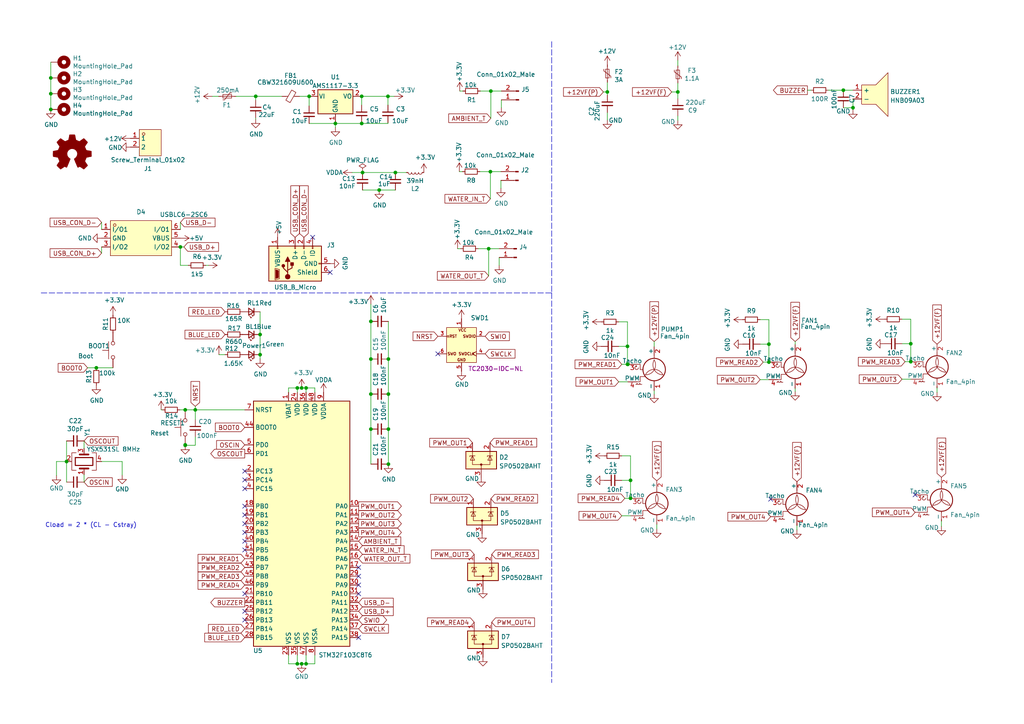
<source format=kicad_sch>
(kicad_sch (version 20211123) (generator eeschema)
  (paper "A4")
  (title_block (title "Opilio") (date "2022-08-15") (rev "4.0"))
  (junction (at 75.438 97.028))
  (junction (at 141.732 72.136))
  (junction (at 247.396 31.242))
  (junction (at 86.233 112.522))
  (junction (at 182.88 144.526))
  (junction (at 88.773 112.522))
  (junction (at 53.721 118.872))
  (junction (at 182.88 139.319))
  (junction (at 182.118 105.664))
  (junction (at 87.503 192.532))
  (junction (at 244.602 26.162))
  (junction (at 264.16 99.695))
  (junction (at 74.168 27.94))
  (junction (at 107.569 114.3))
  (junction (at 114.681 50.038))
  (junction (at 112.649 134.62))
  (junction (at 112.649 124.46))
  (junction (at 181.991 105.664))
  (junction (at 52.324 71.628))
  (junction (at 88.773 192.532))
  (junction (at 107.569 124.46))
  (junction (at 86.233 192.532))
  (junction (at 142.24 49.784))
  (junction (at 89.662 27.94))
  (junction (at 105.156 50.038))
  (junction (at 112.522 27.94))
  (junction (at 97.282 35.814))
  (junction (at 104.902 27.94))
  (junction (at 112.649 114.3))
  (junction (at 107.569 104.14))
  (junction (at 14.732 27.178))
  (junction (at 56.642 118.872))
  (junction (at 142.367 26.416))
  (junction (at 112.649 104.14))
  (junction (at 19.304 133.858))
  (junction (at 223.012 99.822))
  (junction (at 181.991 100.457))
  (junction (at 75.438 102.87))
  (junction (at 14.732 22.606))
  (junction (at 176.149 26.67))
  (junction (at 87.503 112.522))
  (junction (at 53.721 129.032))
  (junction (at 27.94 106.68))
  (junction (at 109.982 55.118))
  (junction (at 14.732 31.75))
  (junction (at 107.569 93.218))
  (junction (at 104.902 35.814))
  (junction (at 223.012 105.029))
  (junction (at 264.16 104.902))
  (junction (at 196.596 26.67))
  (junction (at 53.721 129.159))
  (no_connect (at 70.993 136.652))
  (no_connect (at 70.993 141.732))
  (no_connect (at 90.678 68.834))
  (no_connect (at 223.52 144.78))
  (no_connect (at 70.993 156.972))
  (no_connect (at 95.758 78.994))
  (no_connect (at 70.993 177.292))
  (no_connect (at 70.993 179.832))
  (no_connect (at 70.993 149.352))
  (no_connect (at 104.013 167.132))
  (no_connect (at 70.993 159.512))
  (no_connect (at 104.013 172.212))
  (no_connect (at 70.993 172.212))
  (no_connect (at 104.013 169.672))
  (no_connect (at 70.993 139.192))
  (no_connect (at 70.993 151.892))
  (no_connect (at 127 102.616))
  (no_connect (at 265.43 143.51))
  (no_connect (at 104.013 184.912))
  (no_connect (at 70.993 146.812))
  (no_connect (at 104.013 164.592))
  (no_connect (at 70.993 154.432))
  (wire (pts (xy 102.108 50.038) (xy 105.156 50.038)))
  (wire (pts (xy 56.642 126.746) (xy 56.642 129.159)))
  (wire (pts (xy 182.118 105.664) (xy 181.991 105.664)))
  (wire (pts (xy 88.773 192.532) (xy 91.313 192.532)))
  (wire (pts (xy 105.156 50.038) (xy 114.681 50.038)))
  (wire (pts (xy 142.24 49.784) (xy 145.288 49.784)))
  (wire (pts (xy 142.367 34.29) (xy 142.367 26.416)))
  (wire (pts (xy 230.632 99.06) (xy 230.632 99.949)))
  (wire (pts (xy 59.69 76.962) (xy 60.452 76.962)))
  (wire (pts (xy 181.991 93.345) (xy 179.451 93.345)))
  (wire (pts (xy 176.149 34.798) (xy 176.149 32.639)))
  (wire (pts (xy 97.282 35.814) (xy 97.282 35.56)))
  (wire (pts (xy 29.464 133.858) (xy 35.433 133.858)))
  (wire (pts (xy 264.16 109.982) (xy 261.62 109.982)))
  (wire (pts (xy 244.602 26.162) (xy 247.396 26.162)))
  (wire (pts (xy 138.684 72.136) (xy 141.732 72.136)))
  (wire (pts (xy 91.313 192.532) (xy 91.313 189.992)))
  (wire (pts (xy 144.78 74.676) (xy 144.78 76.962)))
  (wire (pts (xy 145.288 52.324) (xy 145.288 54.61)))
  (wire (pts (xy 261.62 99.695) (xy 264.16 99.695)))
  (wire (pts (xy 196.596 33.655) (xy 196.596 34.925)))
  (wire (pts (xy 139.192 49.784) (xy 142.24 49.784)))
  (wire (pts (xy 109.982 55.118) (xy 114.681 55.118)))
  (wire (pts (xy 97.282 36.957) (xy 97.282 35.814)))
  (wire (pts (xy 182.88 139.319) (xy 182.88 132.207)))
  (wire (pts (xy 61.595 27.94) (xy 63.373 27.94)))
  (wire (pts (xy 133.223 49.784) (xy 134.112 49.784)))
  (wire (pts (xy 180.34 139.319) (xy 182.88 139.319)))
  (wire (pts (xy 86.233 112.522) (xy 87.503 112.522)))
  (wire (pts (xy 83.693 112.522) (xy 83.693 113.792)))
  (wire (pts (xy 56.642 117.856) (xy 56.642 118.872)))
  (wire (pts (xy 264.16 104.902) (xy 262.509 104.902)))
  (wire (pts (xy 87.503 112.522) (xy 88.773 112.522)))
  (wire (pts (xy 182.88 144.526) (xy 182.88 139.319)))
  (wire (pts (xy 196.596 26.67) (xy 196.596 24.13)))
  (wire (pts (xy 181.991 105.664) (xy 180.34 105.664)))
  (wire (pts (xy 56.642 129.159) (xy 53.721 129.159)))
  (wire (pts (xy 112.522 35.814) (xy 104.902 35.814)))
  (wire (pts (xy 112.522 27.94) (xy 112.522 30.48)))
  (wire (pts (xy 87.503 192.532) (xy 88.773 192.532)))
  (wire (pts (xy 19.304 133.858) (xy 19.304 127.889)))
  (wire (pts (xy 53.721 129.159) (xy 53.721 129.032)))
  (wire (pts (xy 176.149 27.559) (xy 176.149 26.67)))
  (wire (pts (xy 86.233 192.532) (xy 87.503 192.532)))
  (wire (pts (xy 112.522 35.56) (xy 112.522 35.814)))
  (wire (pts (xy 24.384 139.827) (xy 24.384 137.668)))
  (wire (pts (xy 230.632 112.649) (xy 230.632 113.538)))
  (wire (pts (xy 52.324 76.962) (xy 52.324 71.628)))
  (wire (pts (xy 240.284 26.162) (xy 244.602 26.162)))
  (wire (pts (xy 83.693 192.532) (xy 86.233 192.532)))
  (wire (pts (xy 52.324 71.628) (xy 53.34 71.628)))
  (wire (pts (xy 190.5 152.146) (xy 190.5 153.416)))
  (wire (pts (xy 16.383 133.858) (xy 16.383 137.922)))
  (wire (pts (xy 114.3 27.94) (xy 112.522 27.94)))
  (wire (pts (xy 88.773 112.522) (xy 88.773 113.792)))
  (wire (pts (xy 63.5 102.87) (xy 65.278 102.87)))
  (wire (pts (xy 86.233 112.522) (xy 86.233 113.792)))
  (wire (pts (xy 264.16 104.902) (xy 264.16 99.695)))
  (wire (pts (xy 56.642 118.872) (xy 56.642 121.666)))
  (wire (pts (xy 114.681 50.038) (xy 117.856 50.038)))
  (wire (pts (xy 141.732 72.136) (xy 144.78 72.136)))
  (wire (pts (xy 194.818 26.67) (xy 196.596 26.67)))
  (wire (pts (xy 223.012 105.029) (xy 223.012 99.822)))
  (wire (pts (xy 91.313 112.522) (xy 91.313 113.792)))
  (wire (pts (xy 181.991 105.664) (xy 181.991 100.457)))
  (wire (pts (xy 133.35 26.416) (xy 134.239 26.416)))
  (wire (pts (xy 83.693 189.992) (xy 83.693 192.532)))
  (wire (pts (xy 112.649 93.218) (xy 112.649 104.14)))
  (wire (pts (xy 176.149 26.67) (xy 175.006 26.67)))
  (wire (pts (xy 112.522 27.94) (xy 104.902 27.94)))
  (wire (pts (xy 231.14 152.4) (xy 231.14 153.67)))
  (wire (pts (xy 141.732 80.01) (xy 141.732 72.136)))
  (wire (pts (xy 25.4 106.68) (xy 27.94 106.68)))
  (wire (pts (xy 19.304 139.827) (xy 19.304 133.858)))
  (wire (pts (xy 107.569 134.62) (xy 107.569 124.46)))
  (wire (pts (xy 56.642 118.872) (xy 70.993 118.872)))
  (wire (pts (xy 132.715 72.136) (xy 133.604 72.136)))
  (wire (pts (xy 273.05 151.13) (xy 273.05 152.654)))
  (wire (pts (xy 24.384 130.048) (xy 24.384 127.889)))
  (wire (pts (xy 181.991 100.457) (xy 181.991 93.345)))
  (wire (pts (xy 105.156 55.118) (xy 109.982 55.118)))
  (wire (pts (xy 54.61 76.962) (xy 52.324 76.962)))
  (wire (pts (xy 97.282 35.814) (xy 104.902 35.814)))
  (wire (pts (xy 107.569 114.3) (xy 107.569 104.14)))
  (wire (pts (xy 176.149 26.67) (xy 176.149 23.876)))
  (wire (pts (xy 112.649 134.62) (xy 112.649 124.46)))
  (wire (pts (xy 52.197 118.872) (xy 53.721 118.872)))
  (wire (pts (xy 14.732 27.178) (xy 14.732 31.75)))
  (wire (pts (xy 74.168 34.544) (xy 74.168 34.163)))
  (wire (pts (xy 196.596 19.05) (xy 196.596 17.526)))
  (wire (pts (xy 142.367 26.416) (xy 145.415 26.416)))
  (wire (pts (xy 107.569 88.265) (xy 107.569 93.218)))
  (wire (pts (xy 182.118 110.744) (xy 179.451 110.744)))
  (wire (pts (xy 16.383 133.858) (xy 19.304 133.858)))
  (wire (pts (xy 86.868 27.94) (xy 89.662 27.94)))
  (wire (pts (xy 107.569 124.46) (xy 107.569 114.3)))
  (polyline (pts (xy 160.02 84.963) (xy 160.02 197.993)))
  (wire (pts (xy 189.738 113.284) (xy 189.738 114.3)))
  (wire (pts (xy 104.902 30.48) (xy 104.902 27.94)))
  (wire (pts (xy 244.602 31.242) (xy 247.396 31.242)))
  (wire (pts (xy 86.233 189.992) (xy 86.233 192.532)))
  (wire (pts (xy 139.319 26.416) (xy 142.367 26.416)))
  (wire (pts (xy 46.736 118.872) (xy 47.117 118.872)))
  (wire (pts (xy 223.012 92.71) (xy 220.472 92.71)))
  (wire (pts (xy 27.94 106.68) (xy 32.766 106.68)))
  (wire (pts (xy 88.773 112.522) (xy 91.313 112.522)))
  (polyline (pts (xy 160.02 12.065) (xy 160.02 84.963)))
  (wire (pts (xy 107.569 93.218) (xy 107.569 104.14)))
  (wire (pts (xy 264.16 99.695) (xy 264.16 92.583)))
  (wire (pts (xy 179.451 100.457) (xy 181.991 100.457)))
  (wire (pts (xy 52.324 64.516) (xy 52.324 66.548)))
  (wire (pts (xy 14.732 18.034) (xy 14.732 22.606)))
  (wire (pts (xy 75.438 90.424) (xy 75.438 97.028)))
  (wire (pts (xy 29.464 73.406) (xy 29.464 71.628)))
  (wire (pts (xy 83.693 112.522) (xy 86.233 112.522)))
  (wire (pts (xy 196.596 28.575) (xy 196.596 26.67)))
  (wire (pts (xy 53.721 118.872) (xy 56.642 118.872)))
  (wire (pts (xy 223.012 99.822) (xy 223.012 92.71)))
  (wire (pts (xy 247.396 31.242) (xy 247.396 28.702)))
  (wire (pts (xy 75.438 97.028) (xy 75.438 102.87)))
  (wire (pts (xy 68.453 27.94) (xy 74.168 27.94)))
  (wire (pts (xy 223.012 105.029) (xy 221.361 105.029)))
  (wire (pts (xy 74.168 27.94) (xy 74.168 29.083)))
  (wire (pts (xy 29.464 64.516) (xy 29.464 66.548)))
  (wire (pts (xy 264.16 92.583) (xy 261.62 92.583)))
  (wire (pts (xy 14.732 22.606) (xy 14.732 27.178)))
  (wire (pts (xy 223.012 110.109) (xy 220.472 110.109)))
  (wire (pts (xy 75.438 102.87) (xy 75.438 104.14)))
  (wire (pts (xy 104.902 35.56) (xy 104.902 35.814)))
  (wire (pts (xy 271.78 112.522) (xy 271.78 113.792)))
  (wire (pts (xy 89.662 35.814) (xy 97.282 35.814)))
  (wire (pts (xy 220.472 99.822) (xy 223.012 99.822)))
  (wire (pts (xy 89.662 27.94) (xy 89.662 30.734)))
  (wire (pts (xy 189.738 99.06) (xy 189.738 100.584)))
  (wire (pts (xy 145.415 28.956) (xy 145.415 31.242)))
  (wire (pts (xy 112.649 124.46) (xy 112.649 114.3)))
  (wire (pts (xy 182.88 132.207) (xy 180.34 132.207)))
  (wire (pts (xy 247.396 31.877) (xy 247.396 31.242)))
  (wire (pts (xy 35.433 137.795) (xy 35.433 133.858)))
  (polyline (pts (xy 11.938 84.963) (xy 160.02 84.963)))
  (wire (pts (xy 74.168 27.94) (xy 81.788 27.94)))
  (wire (pts (xy 88.773 189.992) (xy 88.773 192.532)))
  (wire (pts (xy 182.88 144.526) (xy 181.229 144.526)))
  (wire (pts (xy 234.188 26.162) (xy 235.204 26.162)))
  (wire (pts (xy 182.88 149.606) (xy 180.34 149.606)))
  (wire (pts (xy 142.24 57.658) (xy 142.24 49.784)))
  (wire (pts (xy 112.649 114.3) (xy 112.649 104.14)))
  (text "Cload = 2 * (CL - Cstray)" (at 13.081 153.162 0) (effects (font (size 1.27 1.27)) (justify left bottom)))
  (global_label "PWM_OUT3" (shape input) (at 261.62 109.982 180) (property "Intersheet References" "${INTERSHEET_REFS}" (effects hide)))
  (global_label "NRST" (shape input) (at 56.642 117.856 90) (property "Intersheet References" "${INTERSHEET_REFS}" (effects hide)))
  (global_label "BUZZER" (shape output) (at 70.993 174.752 180) (property "Intersheet References" "${INTERSHEET_REFS}" (effects hide)))
  (global_label "PWM_OUT1" (shape input) (at 137.033 128.397 180) (property "Intersheet References" "${INTERSHEET_REFS}" (effects hide)))
  (global_label "+12VF(F)" (shape input) (at 194.818 26.67 180) (property "Intersheet References" "${INTERSHEET_REFS}" (effects hide)))
  (global_label "PWM_READ2" (shape input) (at 142.367 144.653 0) (property "Intersheet References" "${INTERSHEET_REFS}" (effects hide)))
  (global_label "OSCOUT" (shape input) (at 24.384 127.889 0) (property "Intersheet References" "${INTERSHEET_REFS}" (effects hide)))
  (global_label "OSCOUT" (shape output) (at 70.993 131.572 180) (property "Intersheet References" "${INTERSHEET_REFS}" (effects hide)))
  (global_label "USB_CON_D-" (shape input) (at 29.464 64.516 180) (property "Intersheet References" "${INTERSHEET_REFS}" (effects hide)))
  (global_label "RED_LED" (shape input) (at 70.993 182.372 180) (property "Intersheet References" "${INTERSHEET_REFS}" (effects hide)))
  (global_label "PWM_OUT4" (shape input) (at 180.34 149.606 180) (property "Intersheet References" "${INTERSHEET_REFS}" (effects hide)))
  (global_label "PWM_READ3" (shape input) (at 142.621 160.782 0) (property "Intersheet References" "${INTERSHEET_REFS}" (effects hide)))
  (global_label "PWM_OUT3" (shape input) (at 137.541 160.782 180) (property "Intersheet References" "${INTERSHEET_REFS}" (effects hide)))
  (global_label "USB_CON_D+" (shape input) (at 29.464 73.406 180) (property "Intersheet References" "${INTERSHEET_REFS}" (effects hide)))
  (global_label "SWIO" (shape input) (at 140.716 97.536 0) (property "Intersheet References" "${INTERSHEET_REFS}" (effects hide)))
  (global_label "BUZZER" (shape output) (at 234.188 26.162 180) (property "Intersheet References" "${INTERSHEET_REFS}" (effects hide)))
  (global_label "PWM_READ2" (shape input) (at 70.993 164.592 180) (property "Intersheet References" "${INTERSHEET_REFS}" (effects hide)))
  (global_label "+12VF(P)" (shape input) (at 189.738 99.06 90) (property "Intersheet References" "${INTERSHEET_REFS}" (effects hide)))
  (global_label "PWM_OUT4" (shape input) (at 223.52 149.86 180) (property "Intersheet References" "${INTERSHEET_REFS}" (effects hide)))
  (global_label "NRST" (shape input) (at 127 97.536 180) (property "Intersheet References" "${INTERSHEET_REFS}" (effects hide)))
  (global_label "WATER_IN_T" (shape input) (at 142.24 57.658 180) (property "Intersheet References" "${INTERSHEET_REFS}" (effects hide)))
  (global_label "+12VF(F)" (shape input) (at 271.78 99.822 90) (property "Intersheet References" "${INTERSHEET_REFS}" (effects hide)))
  (global_label "PWM_READ1" (shape input) (at 142.113 128.397 0) (property "Intersheet References" "${INTERSHEET_REFS}" (effects hide)))
  (global_label "PWM_READ3" (shape input) (at 262.509 104.902 180) (property "Intersheet References" "${INTERSHEET_REFS}" (effects hide)))
  (global_label "PWM_OUT1" (shape output) (at 104.013 146.812 0) (property "Intersheet References" "${INTERSHEET_REFS}" (effects hide)))
  (global_label "USB_D+" (shape input) (at 104.013 177.292 0) (property "Intersheet References" "${INTERSHEET_REFS}" (effects hide)))
  (global_label "BLUE_LED" (shape input) (at 70.993 184.912 180) (property "Intersheet References" "${INTERSHEET_REFS}" (effects hide)))
  (global_label "+12VF(F)" (shape input) (at 231.14 139.7 90) (property "Intersheet References" "${INTERSHEET_REFS}" (effects hide)))
  (global_label "PWM_OUT4" (shape input) (at 265.43 148.59 180) (property "Intersheet References" "${INTERSHEET_REFS}" (effects hide)))
  (global_label "+12VF(F)" (shape input) (at 190.5 139.446 90) (property "Intersheet References" "${INTERSHEET_REFS}" (effects hide)))
  (global_label "RED_LED" (shape input) (at 65.278 90.424 180) (property "Intersheet References" "${INTERSHEET_REFS}" (effects hide)))
  (global_label "WATER_IN_T" (shape input) (at 104.013 159.512 0) (property "Intersheet References" "${INTERSHEET_REFS}" (effects hide)))
  (global_label "SWIO" (shape bidirectional) (at 104.013 179.832 0) (property "Intersheet References" "${INTERSHEET_REFS}" (effects hide)))
  (global_label "BOOT0" (shape input) (at 70.993 123.952 180) (property "Intersheet References" "${INTERSHEET_REFS}" (effects hide)))
  (global_label "PWM_READ1" (shape input) (at 180.34 105.664 180) (property "Intersheet References" "${INTERSHEET_REFS}" (effects hide)))
  (global_label "PWM_READ4" (shape input) (at 137.541 180.467 180) (property "Intersheet References" "${INTERSHEET_REFS}" (effects hide)))
  (global_label "PWM_OUT4" (shape input) (at 142.621 180.467 0) (property "Intersheet References" "${INTERSHEET_REFS}" (effects hide)))
  (global_label "BOOT0" (shape input) (at 25.4 106.68 180) (property "Intersheet References" "${INTERSHEET_REFS}" (effects hide)))
  (global_label "OSCIN" (shape input) (at 70.993 129.032 180) (property "Intersheet References" "${INTERSHEET_REFS}" (effects hide)))
  (global_label "OSCIN" (shape input) (at 24.384 139.827 0) (property "Intersheet References" "${INTERSHEET_REFS}" (effects hide)))
  (global_label "SWCLK" (shape input) (at 140.716 102.616 0) (property "Intersheet References" "${INTERSHEET_REFS}" (effects hide)))
  (global_label "PWM_OUT1" (shape input) (at 179.451 110.744 180) (property "Intersheet References" "${INTERSHEET_REFS}" (effects hide)))
  (global_label "USB_D-" (shape input) (at 104.013 174.752 0) (property "Intersheet References" "${INTERSHEET_REFS}" (effects hide)))
  (global_label "USB_CON_D+" (shape input) (at 85.598 68.834 90) (property "Intersheet References" "${INTERSHEET_REFS}" (effects hide)))
  (global_label "PWM_READ2" (shape input) (at 221.361 105.029 180) (property "Intersheet References" "${INTERSHEET_REFS}" (effects hide)))
  (global_label "WATER_OUT_T" (shape input) (at 141.732 80.01 180) (property "Intersheet References" "${INTERSHEET_REFS}" (effects hide)))
  (global_label "USB_D-" (shape input) (at 52.324 64.516 0) (property "Intersheet References" "${INTERSHEET_REFS}" (effects hide)))
  (global_label "PWM_READ4" (shape input) (at 181.229 144.526 180) (property "Intersheet References" "${INTERSHEET_REFS}" (effects hide)))
  (global_label "BLUE_LED" (shape input) (at 65.278 97.028 180) (property "Intersheet References" "${INTERSHEET_REFS}" (effects hide)))
  (global_label "PWM_OUT2" (shape input) (at 220.472 110.109 180) (property "Intersheet References" "${INTERSHEET_REFS}" (effects hide)))
  (global_label "USB_CON_D-" (shape input) (at 88.138 68.834 90) (property "Intersheet References" "${INTERSHEET_REFS}" (effects hide)))
  (global_label "PWM_READ4" (shape input) (at 70.993 169.672 180) (property "Intersheet References" "${INTERSHEET_REFS}" (effects hide)))
  (global_label "PWM_OUT3" (shape output) (at 104.013 151.892 0) (property "Intersheet References" "${INTERSHEET_REFS}" (effects hide)))
  (global_label "PWM_READ1" (shape input) (at 70.993 162.052 180) (property "Intersheet References" "${INTERSHEET_REFS}" (effects hide)))
  (global_label "PWM_OUT2" (shape output) (at 104.013 149.352 0) (property "Intersheet References" "${INTERSHEET_REFS}" (effects hide)))
  (global_label "PWM_READ3" (shape input) (at 70.993 167.132 180) (property "Intersheet References" "${INTERSHEET_REFS}" (effects hide)))
  (global_label "+12VF(P)" (shape input) (at 175.006 26.67 180) (property "Intersheet References" "${INTERSHEET_REFS}" (effects hide)))
  (global_label "PWM_OUT2" (shape input) (at 137.287 144.653 180) (property "Intersheet References" "${INTERSHEET_REFS}" (effects hide)))
  (global_label "AMBIENT_T" (shape input) (at 104.013 156.972 0) (property "Intersheet References" "${INTERSHEET_REFS}" (effects hide)))
  (global_label "WATER_OUT_T" (shape input) (at 104.013 162.052 0) (property "Intersheet References" "${INTERSHEET_REFS}" (effects hide)))
  (global_label "USB_D+" (shape input) (at 53.34 71.628 0) (property "Intersheet References" "${INTERSHEET_REFS}" (effects hide)))
  (global_label "PWM_OUT4" (shape output) (at 104.013 154.432 0) (property "Intersheet References" "${INTERSHEET_REFS}" (effects hide)))
  (global_label "+12VF(F)" (shape input) (at 230.632 99.06 90) (property "Intersheet References" "${INTERSHEET_REFS}" (effects hide)))
  (global_label "SWCLK" (shape input) (at 104.013 182.372 0) (property "Intersheet References" "${INTERSHEET_REFS}" (effects hide)))
  (global_label "+12VF(F)" (shape input) (at 273.05 138.43 90) (property "Intersheet References" "${INTERSHEET_REFS}" (effects hide)))
  (global_label "AMBIENT_T" (shape input) (at 142.367 34.29 180) (property "Intersheet References" "${INTERSHEET_REFS}" (effects hide)))
  (symbol (lib_id "Device:R_Small") (at 49.657 118.872 90) (unit 1)
    (property "Reference" "R14" (at 49.784 120.65 90))
    (property "Value" "10k" (at 49.657 116.332 90))
    (property "Footprint" "Resistor_SMD:R_0603_1608Metric_Pad0.98x0.95mm_HandSolder" (effects hide))
  )
  (symbol (lib_id "Switch:SW_Push") (at 32.766 101.6 90) (unit 1)
    (property "Reference" "BOOT1" (at 25.527 100.33 90) (effects (justify right)))
    (property "Value" "Boot" (at 22.606 103.251 90) (effects (justify right)))
    (property "Footprint" "easyeda2kicad:SW-SMD_L6.0-W3.3-LS8.0" (effects hide))
  )
  (symbol (lib_id "Mechanical:MountingHole_Pad") (at 17.272 27.178 270) (unit 1)
    (property "Reference" "H3" (at 21.082 26.0096 90) (effects (justify left)))
    (property "Value" "MountingHole_Pad" (at 21.082 28.321 90) (effects (justify left)))
    (property "Footprint" "MountingHole:MountingHole_3mm_Pad_Via" (effects hide))
  )
  (symbol (lib_id "power:VDDA") (at 102.108 50.038 90) (unit 1)
    (property "Reference" "#PWR027" (effects hide))
    (property "Value" "VDDA" (at 97.028 50.038 90))
  )
  (symbol (lib_id "power:+3.3V") (at 133.35 26.416 0) (unit 1)
    (property "Reference" "#PWR01" (effects hide))
    (property "Value" "+3.3V" (at 133.223 20.828 90))
  )
  (symbol (lib_id "Connector:Conn_01x02_Male") (at 150.495 28.956 180) (unit 1)
    (property "Reference" "J5" (at 151.2062 25.9588 0) (effects (justify right)))
    (property "Value" "Conn_01x02_Male" (at 138.176 21.59 0) (effects (justify right)))
    (property "Footprint" "Connector_PinHeader_2.54mm:PinHeader_1x02_P2.54mm_Vertical" (effects hide))
  )
  (symbol (lib_id "Power_Protection:SP0502BAHT") (at 139.827 149.733 0) (unit 1)
    (property "Reference" "D5" (at 145.034 148.8983 0) (effects (justify left)))
    (property "Value" "SP0502BAHT" (at 145.034 151.4352 0) (effects (justify left)))
    (property "Footprint" "Package_TO_SOT_SMD:SOT-23" (effects hide))
    (property "Datasheet" "http://www.littelfuse.com/~/media/files/littelfuse/technical%20resources/documents/data%20sheets/sp05xxba.pdf" (effects hide))
  )
  (symbol (lib_id "Device:R_Small") (at 67.818 90.424 90) (unit 1)
    (property "Reference" "R16" (at 69.596 88.646 90) (effects (justify left)))
    (property "Value" "165R" (at 70.358 92.456 90) (effects (justify left)))
    (property "Footprint" "Resistor_SMD:R_0603_1608Metric_Pad0.98x0.95mm_HandSolder" (effects hide))
  )
  (symbol (lib_id "power:GND") (at 27.94 111.76 0) (unit 1)
    (property "Reference" "#PWR046" (effects hide))
    (property "Value" "GND" (at 28.067 116.1542 0))
  )
  (symbol (lib_id "Motor:Fan_4pin") (at 231.14 147.32 0) (unit 1)
    (property "Reference" "FAN4" (at 233.68 142.24 0) (effects (justify left)))
    (property "Value" "Fan_4pin" (at 231.521 151.511 0) (effects (justify left top)))
    (property "Footprint" "Custom:FanPinHeader_1x04_P2.54mm_Vertical_no_hole" (effects hide))
    (property "Datasheet" "http://www.formfactors.org/developer%5Cspecs%5Crev1_2_public.pdf" (effects hide))
  )
  (symbol (lib_id "power:GND") (at 145.288 54.61 0) (unit 1)
    (property "Reference" "#PWR033" (effects hide))
    (property "Value" "GND" (at 145.415 59.0042 0))
  )
  (symbol (lib_id "Device:C_Small") (at 89.662 33.274 0) (unit 1)
    (property "Reference" "C1" (at 84.836 32.385 0) (effects (justify left)))
    (property "Value" "10uF" (at 84.455 35.052 0) (effects (justify left)))
    (property "Footprint" "Capacitor_SMD:C_0603_1608Metric_Pad1.08x0.95mm_HandSolder" (effects hide))
  )
  (symbol (lib_id "Power_Protection:SP0502BAHT") (at 140.081 185.547 0) (unit 1)
    (property "Reference" "D7" (at 145.288 184.7123 0) (effects (justify left)))
    (property "Value" "SP0502BAHT" (at 145.288 187.2492 0) (effects (justify left)))
    (property "Footprint" "Package_TO_SOT_SMD:SOT-23" (effects hide))
    (property "Datasheet" "http://www.littelfuse.com/~/media/files/littelfuse/technical%20resources/documents/data%20sheets/sp05xxba.pdf" (effects hide))
  )
  (symbol (lib_id "power:GND") (at 75.438 104.14 0) (unit 1)
    (property "Reference" "#PWR039" (effects hide))
    (property "Value" "GND" (at 75.565 108.5342 0))
  )
  (symbol (lib_id "Device:C_Small") (at 217.932 99.822 90) (unit 1)
    (property "Reference" "C16" (at 219.202 97.282 90) (effects (justify left)))
    (property "Value" "10nF" (at 220.98 102.489 90) (effects (justify left)))
    (property "Footprint" "Capacitor_SMD:C_0603_1608Metric_Pad1.08x0.95mm_HandSolder" (effects hide))
  )
  (symbol (lib_id "MCU_ST_STM32F1:STM32F103C8Tx") (at 88.773 151.892 0) (unit 1)
    (property "Reference" "U5" (at 74.803 188.722 0))
    (property "Value" "STM32F103C8T6" (at 100.203 189.992 0))
    (property "Footprint" "Package_QFP:LQFP-48_7x7mm_P0.5mm" (effects hide))
    (property "Datasheet" "http://www.st.com/st-web-ui/static/active/en/resource/technical/document/datasheet/CD00161566.pdf" (effects hide))
  )
  (symbol (lib_id "power:+12V") (at 176.149 18.796 0) (unit 1)
    (property "Reference" "#PWR07" (effects hide))
    (property "Value" "+12V" (at 176.022 14.859 0))
  )
  (symbol (lib_id "Connector:Conn_01x02_Male") (at 149.86 74.676 180) (unit 1)
    (property "Reference" "J4" (at 150.5712 71.6788 0) (effects (justify right)))
    (property "Value" "Conn_01x02_Male" (at 137.541 67.31 0) (effects (justify right)))
    (property "Footprint" "Connector_PinHeader_2.54mm:PinHeader_1x02_P2.54mm_Vertical" (effects hide))
  )
  (symbol (lib_id "power:+3.3V") (at 132.715 72.136 0) (unit 1)
    (property "Reference" "#PWR0115" (effects hide))
    (property "Value" "+3.3V" (at 132.588 66.548 90))
  )
  (symbol (lib_id "easyeda:USBLC6-2P6_C2827693") (at 40.894 69.088 0) (unit 1)
    (property "Reference" "D4" (at 40.894 61.468 0))
    (property "Value" "USBLC6-2SC6" (at 53.34 62.23 0))
    (property "Footprint" "easyeda2kicad:SOT-666-6_L1.6-W1.2-P0.50-LS1.6-BL" (effects hide))
    (property "Datasheet" "https://www.st.com/resource/en/datasheet/usblc6-2.pdf" (effects hide))
    (property "Manufacturer" "TECH PUBLIC(台舟)" (effects hide))
    (property "LCSC Part" "C2827693" (effects hide))
    (property "JLC Part" "Extended Part" (effects hide))
  )
  (symbol (lib_id "power:+3.3V") (at 122.936 50.038 0) (unit 1)
    (property "Reference" "#PWR028" (effects hide))
    (property "Value" "+3.3V" (at 123.317 45.6438 0))
  )
  (symbol (lib_id "power:GND") (at 133.858 107.696 0) (unit 1)
    (property "Reference" "#PWR044" (effects hide))
    (property "Value" "GND" (at 133.985 111.506 0))
  )
  (symbol (lib_id "Device:C_Small") (at 110.109 134.62 90) (unit 1)
    (property "Reference" "C21" (at 108.9406 132.2832 0) (effects (justify left)))
    (property "Value" "100nF" (at 111.252 132.2832 0) (effects (justify left)))
    (property "Footprint" "Capacitor_SMD:C_0603_1608Metric_Pad1.08x0.95mm_HandSolder" (effects hide))
  )
  (symbol (lib_id "Device:FerriteBead_Small") (at 84.328 27.94 270) (unit 1)
    (property "Reference" "FB1" (at 84.328 21.9202 90))
    (property "Value" "CBW321609U600" (at 82.804 23.876 90))
    (property "Footprint" "Capacitor_SMD:C_1206_3216Metric_Pad1.33x1.80mm_HandSolder" (effects hide))
  )
  (symbol (lib_id "Device:C_Small") (at 244.602 28.702 0) (unit 1)
    (property "Reference" "C7" (at 247.142 29.972 90) (effects (justify left)))
    (property "Value" "100nF" (at 241.935 31.75 90) (effects (justify left)))
    (property "Footprint" "Capacitor_SMD:C_0603_1608Metric_Pad1.08x0.95mm_HandSolder" (effects hide))
  )
  (symbol (lib_id "power:+3.3V") (at 175.26 132.207 90) (unit 1)
    (property "Reference" "#PWR052" (effects hide))
    (property "Value" "+3.3V" (at 170.8658 131.826 0))
  )
  (symbol (lib_id "power:GND") (at 231.14 153.67 0) (unit 1)
    (property "Reference" "#PWR0109" (effects hide))
    (property "Value" "GND" (at 228.346 154.051 0))
  )
  (symbol (lib_id "power:+3.3V") (at 32.766 91.44 0) (unit 1)
    (property "Reference" "#PWR038" (effects hide))
    (property "Value" "+3.3V" (at 33.147 87.0458 0))
  )
  (symbol (lib_id "power:+3.3V") (at 256.54 92.583 90) (unit 1)
    (property "Reference" "#PWR037" (effects hide))
    (property "Value" "+3.3V" (at 252.1458 92.202 0))
  )
  (symbol (lib_id "power:+5V") (at 52.324 69.088 270) (unit 1)
    (property "Reference" "#PWR023" (effects hide))
    (property "Value" "+5V" (at 54.864 69.088 90) (effects (justify left)))
  )
  (symbol (lib_id "power:GND") (at 175.26 139.319 270) (unit 1)
    (property "Reference" "#PWR054" (effects hide))
    (property "Value" "GND" (at 170.8658 139.446 0))
  )
  (symbol (lib_id "Device:C_Small") (at 110.109 114.3 90) (unit 1)
    (property "Reference" "C18" (at 108.9406 111.9632 0) (effects (justify left)))
    (property "Value" "100nF" (at 111.252 111.9632 0) (effects (justify left)))
    (property "Footprint" "Capacitor_SMD:C_0603_1608Metric_Pad1.08x0.95mm_HandSolder" (effects hide))
  )
  (symbol (lib_id "Device:R_Small") (at 217.932 92.71 90) (unit 1)
    (property "Reference" "R9" (at 217.932 90.17 90))
    (property "Value" "1k" (at 217.932 95.25 90))
    (property "Footprint" "Resistor_SMD:R_0603_1608Metric_Pad0.98x0.95mm_HandSolder" (effects hide))
  )
  (symbol (lib_id "Device:Polyfuse_Small") (at 196.596 21.59 180) (unit 1)
    (property "Reference" "F3" (at 200.66 20.447 0))
    (property "Value" "1.1A" (at 200.66 22.7584 0))
    (property "Footprint" "Fuse:Fuse_1206_3216Metric_Pad1.42x1.75mm_HandSolder" (effects hide))
  )
  (symbol (lib_id "power:+3.3V") (at 215.392 92.71 90) (unit 1)
    (property "Reference" "#PWR036" (effects hide))
    (property "Value" "+3.3V" (at 210.9978 92.329 0))
  )
  (symbol (lib_id "Motor:Fan_4pin") (at 189.738 108.204 0) (unit 1)
    (property "Reference" "PUMP1" (at 191.643 95.504 0) (effects (justify left)))
    (property "Value" "Fan_4pin" (at 191.389 96.774 0) (effects (justify left top)))
    (property "Footprint" "Custom:FanPinHeader_1x04_P2.54mm_Vertical_no_hole" (effects hide))
    (property "Datasheet" "http://www.formfactors.org/developer%5Cspecs%5Crev1_2_public.pdf" (effects hide))
  )
  (symbol (lib_id "Device:R_Small") (at 259.08 92.583 90) (unit 1)
    (property "Reference" "R10" (at 259.08 90.043 90))
    (property "Value" "1k" (at 259.08 95.123 90))
    (property "Footprint" "Resistor_SMD:R_0603_1608Metric_Pad0.98x0.95mm_HandSolder" (effects hide))
  )
  (symbol (lib_id "Device:R_Small") (at 176.911 93.345 90) (unit 1)
    (property "Reference" "R3" (at 176.911 90.805 90))
    (property "Value" "1k" (at 176.911 95.885 90))
    (property "Footprint" "Resistor_SMD:R_0603_1608Metric_Pad0.98x0.95mm_HandSolder" (effects hide))
  )
  (symbol (lib_id "Device:C_Small") (at 112.522 33.02 0) (unit 1)
    (property "Reference" "C3" (at 114.808 31.623 0) (effects (justify left)))
    (property "Value" "10uF" (at 113.665 35.052 0) (effects (justify left)))
    (property "Footprint" "Capacitor_SMD:C_0603_1608Metric_Pad1.08x0.95mm_HandSolder" (effects hide))
  )
  (symbol (lib_id "Device:Polyfuse_Small") (at 65.913 27.94 90) (unit 1)
    (property "Reference" "F1" (at 65.786 30.48 90))
    (property "Value" "250mA" (at 66.04 26.162 90))
    (property "Footprint" "Fuse:Fuse_1206_3216Metric_Pad1.42x1.75mm_HandSolder" (effects hide))
  )
  (symbol (lib_id "easyeda:HNB09A03") (at 249.936 26.162 180) (unit 1)
    (property "Reference" "BUZZER1" (at 258.191 26.5973 0) (effects (justify right)))
    (property "Value" "HNB09A03" (at 258.191 29.1342 0) (effects (justify right)))
    (property "Footprint" "easyeda2kicad:BUZ-TH_BD9.0-P5.00-D0.6-FD" (effects hide))
    (property "Datasheet" "https://lcsc.com/product-detail/Buzzers_buzzerHNB09A03_C96102.html" (effects hide))
    (property "Manufacturer" "Jiangsu Huaneng Elec" (effects hide))
    (property "LCSC Part" "C96102" (effects hide))
    (property "JLC Part" "Extended Part" (effects hide))
  )
  (symbol (lib_id "Device:R_Small") (at 177.8 132.207 90) (unit 1)
    (property "Reference" "R15" (at 177.8 129.667 90))
    (property "Value" "1k" (at 177.8 134.747 90))
    (property "Footprint" "Resistor_SMD:R_0603_1608Metric_Pad0.98x0.95mm_HandSolder" (effects hide))
  )
  (symbol (lib_id "Graphic:Logo_Open_Hardware_Small") (at 20.955 44.704 0) (unit 1)
    (property "Reference" "LOGO1" (effects hide))
    (property "Value" "Logo_Open_Hardware_Small" (effects hide))
    (property "Footprint" "Symbol:OSHW-Logo2_9.8x8mm_SilkScreen" (effects hide))
  )
  (symbol (lib_id "power:GND") (at 190.5 153.416 0) (unit 1)
    (property "Reference" "#PWR0114" (effects hide))
    (property "Value" "GND" (at 187.706 153.797 0))
  )
  (symbol (lib_id "Power_Protection:SP0502BAHT") (at 140.081 165.862 0) (unit 1)
    (property "Reference" "D6" (at 145.288 165.0273 0) (effects (justify left)))
    (property "Value" "SP0502BAHT" (at 145.288 167.5642 0) (effects (justify left)))
    (property "Footprint" "Package_TO_SOT_SMD:SOT-23" (effects hide))
    (property "Datasheet" "http://www.littelfuse.com/~/media/files/littelfuse/technical%20resources/documents/data%20sheets/sp05xxba.pdf" (effects hide))
  )
  (symbol (lib_id "Switch:SW_Push") (at 53.721 123.952 90) (unit 1)
    (property "Reference" "RESET1" (at 46.482 122.682 90) (effects (justify right)))
    (property "Value" "Reset" (at 43.561 125.603 90) (effects (justify right)))
    (property "Footprint" "easyeda2kicad:SW-SMD_L6.0-W3.3-LS8.0" (effects hide))
  )
  (symbol (lib_id "easyeda:JL300-50002U01") (at 42.926 41.402 0) (unit 1)
    (property "Reference" "J1" (at 42.926 48.9118 0))
    (property "Value" "Screw_Terminal_01x02" (at 42.926 46.3749 0))
    (property "Footprint" "easyeda2kicad:CONN-TH_2P-P2.54_JL300-50002U01" (effects hide))
    (property "Datasheet" "https://lcsc.com/product-detail/New-Arrivals_JILN-JL300-50002U01_C387831.html" (effects hide))
    (property "Manufacturer" "JILN" (effects hide))
    (property "LCSC Part" "C387831" (effects hide))
    (property "JLC Part" "Extended Part" (effects hide))
  )
  (symbol (lib_id "power:+3.3V") (at 133.858 92.456 0) (unit 1)
    (property "Reference" "#PWR040" (effects hide))
    (property "Value" "+3.3V" (at 133.858 88.392 0))
  )
  (symbol (lib_id "Device:C_Small") (at 110.109 104.14 90) (unit 1)
    (property "Reference" "C15" (at 108.9406 101.8032 0) (effects (justify left)))
    (property "Value" "100nF" (at 111.252 101.8032 0) (effects (justify left)))
    (property "Footprint" "Capacitor_SMD:C_0603_1608Metric_Pad1.08x0.95mm_HandSolder" (effects hide))
  )
  (symbol (lib_id "Device:R_Small") (at 136.652 49.784 270) (unit 1)
    (property "Reference" "R8" (at 136.652 52.324 90))
    (property "Value" "10k" (at 136.398 48.006 90))
    (property "Footprint" "Resistor_SMD:R_0603_1608Metric_Pad0.98x0.95mm_HandSolder" (effects hide))
  )
  (symbol (lib_id "Device:C_Small") (at 176.149 30.099 0) (unit 1)
    (property "Reference" "C2" (at 171.577 33.655 90) (effects (justify left)))
    (property "Value" "220uF" (at 173.228 35.179 90) (effects (justify left)))
    (property "Footprint" "Capacitor_SMD:CP_Elec_6.3x7.7" (effects hide))
  )
  (symbol (lib_id "Connector:Conn_01x02_Male") (at 150.368 52.324 180) (unit 1)
    (property "Reference" "J2" (at 151.0792 49.3268 0) (effects (justify right)))
    (property "Value" "Conn_01x02_Male" (at 138.049 44.958 0) (effects (justify right)))
    (property "Footprint" "Connector_PinHeader_2.54mm:PinHeader_1x02_P2.54mm_Vertical" (effects hide))
  )
  (symbol (lib_id "power:GND") (at 139.827 154.813 0) (unit 1)
    (property "Reference" "#PWR0103" (effects hide))
    (property "Value" "GND" (at 137.16 155.067 0))
  )
  (symbol (lib_id "Mechanical:MountingHole_Pad") (at 17.272 31.75 270) (unit 1)
    (property "Reference" "H4" (at 21.082 30.5816 90) (effects (justify left)))
    (property "Value" "MountingHole_Pad" (at 21.082 32.893 90) (effects (justify left)))
    (property "Footprint" "MountingHole:MountingHole_3mm_Pad_Via" (effects hide))
  )
  (symbol (lib_id "Device:C_Small") (at 56.642 124.206 0) (unit 1)
    (property "Reference" "C20" (at 57.531 122.301 0) (effects (justify left)))
    (property "Value" "100nF" (at 57.023 126.365 0) (effects (justify left)))
    (property "Footprint" "Capacitor_SMD:C_0603_1608Metric_Pad1.08x0.95mm_HandSolder" (effects hide))
  )
  (symbol (lib_id "Device:C_Small") (at 104.902 33.02 0) (unit 1)
    (property "Reference" "C5" (at 107.188 31.623 0) (effects (justify left)))
    (property "Value" "10uF" (at 106.045 35.052 0) (effects (justify left)))
    (property "Footprint" "Capacitor_SMD:C_0603_1608Metric_Pad1.08x0.95mm_HandSolder" (effects hide))
  )
  (symbol (lib_id "power:GND") (at 145.415 31.242 0) (unit 1)
    (property "Reference" "#PWR02" (effects hide))
    (property "Value" "GND" (at 145.542 35.6362 0))
  )
  (symbol (lib_id "Mechanical:MountingHole_Pad") (at 17.272 18.034 270) (unit 1)
    (property "Reference" "H1" (at 21.082 16.8656 90) (effects (justify left)))
    (property "Value" "MountingHole_Pad" (at 21.082 19.177 90) (effects (justify left)))
    (property "Footprint" "MountingHole:MountingHole_3mm_Pad_Via" (effects hide))
  )
  (symbol (lib_id "power:GND") (at 230.632 113.538 0) (unit 1)
    (property "Reference" "#PWR0101" (effects hide))
    (property "Value" "GND" (at 227.838 113.919 0))
  )
  (symbol (lib_id "power:+3.3V") (at 63.5 102.87 0) (unit 1)
    (property "Reference" "#PWR045" (effects hide))
    (property "Value" "+3.3V" (at 59.436 101.6 0))
  )
  (symbol (lib_id "power:GND") (at 256.54 99.695 270) (unit 1)
    (property "Reference" "#PWR043" (effects hide))
    (property "Value" "GND" (at 252.1458 99.822 0))
  )
  (symbol (lib_id "power:+3.3V") (at 87.503 112.522 0) (unit 1)
    (property "Reference" "#PWR047" (effects hide))
    (property "Value" "+3.3V" (at 87.884 108.1278 0))
  )
  (symbol (lib_id "Device:C_Small") (at 196.596 31.115 0) (unit 1)
    (property "Reference" "C9" (at 199.517 32.004 0) (effects (justify left)))
    (property "Value" "220uF" (at 198.755 29.718 0) (effects (justify left)))
    (property "Footprint" "Capacitor_SMD:CP_Elec_6.3x7.7" (effects hide))
  )
  (symbol (lib_id "Device:C_Small") (at 177.8 139.319 90) (unit 1)
    (property "Reference" "C23" (at 179.07 136.779 90) (effects (justify left)))
    (property "Value" "10nF" (at 180.848 141.986 90) (effects (justify left)))
    (property "Footprint" "Capacitor_SMD:C_0603_1608Metric_Pad1.08x0.95mm_HandSolder" (effects hide))
  )
  (symbol (lib_id "power:+3.3V") (at 133.223 49.784 0) (unit 1)
    (property "Reference" "#PWR031" (effects hide))
    (property "Value" "+3.3V" (at 133.096 44.196 90))
  )
  (symbol (lib_id "power:+3.3V") (at 60.452 76.962 270) (unit 1)
    (property "Reference" "#PWR024" (effects hide))
    (property "Value" "+3.3V" (at 61.468 74.676 90))
  )
  (symbol (lib_id "Device:C_Small") (at 21.844 127.889 270) (unit 1)
    (property "Reference" "C22" (at 21.844 122.0724 90))
    (property "Value" "30pF" (at 21.844 124.3838 90))
    (property "Footprint" "Capacitor_SMD:C_0603_1608Metric_Pad1.08x0.95mm_HandSolder" (effects hide))
  )
  (symbol (lib_id "Device:C_Small") (at 110.109 93.218 90) (unit 1)
    (property "Reference" "C6" (at 108.9406 90.8812 0) (effects (justify left)))
    (property "Value" "10uF" (at 111.252 90.8812 0) (effects (justify left)))
    (property "Footprint" "Capacitor_SMD:C_0603_1608Metric_Pad1.08x0.95mm_HandSolder" (effects hide))
  )
  (symbol (lib_id "power:+12V") (at 61.595 27.94 90) (unit 1)
    (property "Reference" "#PWR05" (effects hide))
    (property "Value" "+12V" (at 57.2008 27.559 0))
  )
  (symbol (lib_id "power:GND") (at 112.649 134.62 0) (unit 1)
    (property "Reference" "#PWR050" (effects hide))
    (property "Value" "GND" (at 112.776 139.0142 0))
  )
  (symbol (lib_id "Device:LED_Small") (at 72.898 90.424 180) (unit 1)
    (property "Reference" "RL1" (at 71.628 87.884 0) (effects (justify right)))
    (property "Value" "Red" (at 75.184 87.884 0) (effects (justify right)))
    (property "Footprint" "LED_SMD:LED_0603_1608Metric_Pad1.05x0.95mm_HandSolder" (effects hide))
  )
  (symbol (lib_id "power:+5V") (at 80.518 68.834 0) (unit 1)
    (property "Reference" "#PWR029" (effects hide))
    (property "Value" "+5V" (at 80.899 68.1228 90) (effects (justify left)))
  )
  (symbol (lib_id "power:+12V") (at 196.596 17.526 0) (unit 1)
    (property "Reference" "#PWR021" (effects hide))
    (property "Value" "+12V" (at 196.469 13.716 0))
  )
  (symbol (lib_id "Mechanical:MountingHole_Pad") (at 17.272 22.606 270) (unit 1)
    (property "Reference" "H2" (at 21.082 21.4376 90) (effects (justify left)))
    (property "Value" "MountingHole_Pad" (at 21.082 23.749 90) (effects (justify left)))
    (property "Footprint" "MountingHole:MountingHole_3mm_Pad_Via" (effects hide))
  )
  (symbol (lib_id "power:GND") (at 140.081 190.627 0) (unit 1)
    (property "Reference" "#PWR0106" (effects hide))
    (property "Value" "GND" (at 137.414 190.881 0))
  )
  (symbol (lib_id "Device:LED_Small") (at 72.898 102.87 180) (unit 1)
    (property "Reference" "Power1" (at 70.1675 100.2665 0) (effects (justify right)))
    (property "Value" "Green" (at 76.962 99.822 0) (effects (justify right)))
    (property "Footprint" "LED_SMD:LED_0603_1608Metric_Pad1.05x0.95mm_HandSolder" (effects hide))
  )
  (symbol (lib_id "Device:C_Small") (at 259.08 99.695 90) (unit 1)
    (property "Reference" "C17" (at 260.35 97.155 90) (effects (justify left)))
    (property "Value" "10nF" (at 262.128 102.362 90) (effects (justify left)))
    (property "Footprint" "Capacitor_SMD:C_0603_1608Metric_Pad1.08x0.95mm_HandSolder" (effects hide))
  )
  (symbol (lib_id "tag_connect:TC2030-IDC-NL_SWD") (at 133.858 100.076 0) (unit 1)
    (property "Reference" "SWD1" (at 139.192 92.202 0))
    (property "Value" "TC2030-IDC-NL_SWD" (effects hide))
    (property "Footprint" "tag_connect:Tag-Connect_TC2030-IDC-NL_2x03_P1.27mm_Vertical" (effects hide))
    (property "Datasheet" "https://www.tag-connect.com/wp-content/uploads/bsk-pdf-manager/2019/12/TC2030-IDC-NL-Datasheet-Rev-B.pdf" (effects hide))
    (property "Connector" "TC2030-IDC-NL" (at 143.764 106.934 0))
  )
  (symbol (lib_id "power:GND") (at 16.383 137.922 0) (unit 1)
    (property "Reference" "#PWR056" (effects hide))
    (property "Value" "GND" (at 16.383 141.605 0))
  )
  (symbol (lib_id "Device:C_Small") (at 21.844 139.827 90) (unit 1)
    (property "Reference" "C25" (at 21.844 145.6436 90))
    (property "Value" "30pF" (at 21.844 143.3322 90))
    (property "Footprint" "Capacitor_SMD:C_0603_1608Metric_Pad1.08x0.95mm_HandSolder" (effects hide))
  )
  (symbol (lib_id "power:GND") (at 189.738 114.3 0) (unit 1)
    (property "Reference" "#PWR0111" (effects hide))
    (property "Value" "GND" (at 186.944 114.681 0))
  )
  (symbol (lib_id "power:GND") (at 271.78 113.792 0) (unit 1)
    (property "Reference" "#PWR0110" (effects hide))
    (property "Value" "GND" (at 268.986 114.173 0))
  )
  (symbol (lib_id "Motor:Fan_4pin") (at 271.78 107.442 0) (unit 1)
    (property "Reference" "FAN2" (at 274.32 102.362 0) (effects (justify left)))
    (property "Value" "Fan_4pin" (at 274.32 109.982 0) (effects (justify left top)))
    (property "Footprint" "Custom:FanPinHeader_1x04_P2.54mm_Vertical_no_hole" (effects hide))
    (property "Datasheet" "http://www.formfactors.org/developer%5Cspecs%5Crev1_2_public.pdf" (effects hide))
  )
  (symbol (lib_id "power:PWR_FLAG") (at 105.156 50.038 0) (unit 1)
    (property "Reference" "#FLG0101" (effects hide))
    (property "Value" "PWR_FLAG" (at 105.156 46.4622 0))
  )
  (symbol (lib_id "power:GND") (at 74.168 34.544 0) (unit 1)
    (property "Reference" "#PWR03" (effects hide))
    (property "Value" "GND" (at 74.295 38.9382 0))
  )
  (symbol (lib_id "power:GND") (at 95.758 76.454 90) (unit 1)
    (property "Reference" "#PWR034" (effects hide))
    (property "Value" "GND" (at 100.1522 76.327 0))
  )
  (symbol (lib_id "Device:C_Small") (at 114.681 52.578 0) (unit 1)
    (property "Reference" "C14" (at 109.982 51.308 0) (effects (justify left)))
    (property "Value" "1uF" (at 109.601 53.34 0) (effects (justify left)))
    (property "Footprint" "Capacitor_SMD:C_0603_1608Metric_Pad1.08x0.95mm_HandSolder" (effects hide))
  )
  (symbol (lib_id "power:GND") (at 139.573 138.557 0) (unit 1)
    (property "Reference" "#PWR0105" (effects hide))
    (property "Value" "GND" (at 136.906 138.811 0))
  )
  (symbol (lib_id "power:GND") (at 53.721 129.159 0) (unit 1)
    (property "Reference" "#PWR051" (effects hide))
    (property "Value" "GND" (at 53.848 133.5532 0))
  )
  (symbol (lib_id "power:GND") (at 273.05 152.654 0) (unit 1)
    (property "Reference" "#PWR0102" (effects hide))
    (property "Value" "GND" (at 270.256 153.035 0))
  )
  (symbol (lib_id "Device:Polyfuse_Small") (at 176.149 21.336 180) (unit 1)
    (property "Reference" "F2" (at 179.451 20.828 0))
    (property "Value" "3A" (at 179.451 23.1394 0))
    (property "Footprint" "Fuse:Fuse_1812_4532Metric_Pad1.30x3.40mm_HandSolder" (effects hide))
  )
  (symbol (lib_id "Device:L_Small") (at 120.396 50.038 270) (unit 1)
    (property "Reference" "L2" (at 120.396 54.737 90))
    (property "Value" "39nH" (at 120.396 52.4256 90))
    (property "Footprint" "Inductor_SMD:L_0805_2012Metric_Pad1.05x1.20mm_HandSolder" (effects hide))
  )
  (symbol (lib_id "Motor:Fan_4pin") (at 190.5 147.066 0) (unit 1)
    (property "Reference" "FAN3" (at 193.04 141.986 0) (effects (justify left)))
    (property "Value" "Fan_4pin" (at 193.04 149.606 0) (effects (justify left top)))
    (property "Footprint" "Custom:FanPinHeader_1x04_P2.54mm_Vertical_no_hole" (effects hide))
    (property "Datasheet" "http://www.formfactors.org/developer%5Cspecs%5Crev1_2_public.pdf" (effects hide))
  )
  (symbol (lib_id "Device:R_Small") (at 237.744 26.162 90) (unit 1)
    (property "Reference" "R2" (at 237.744 23.622 90))
    (property "Value" "100R" (at 237.744 28.702 90))
    (property "Footprint" "Resistor_SMD:R_0603_1608Metric_Pad0.98x0.95mm_HandSolder" (effects hide))
  )
  (symbol (lib_id "power:GND") (at 37.846 42.672 270) (unit 1)
    (property "Reference" "#PWR019" (effects hide))
    (property "Value" "GND" (at 33.4518 42.799 90))
  )
  (symbol (lib_id "power:GND") (at 14.732 31.75 0) (unit 1)
    (property "Reference" "#PWR013" (effects hide))
    (property "Value" "GND" (at 14.859 36.1442 0))
  )
  (symbol (lib_id "power:VDDA") (at 93.853 113.792 0) (unit 1)
    (property "Reference" "#PWR048" (effects hide))
    (property "Value" "VDDA" (at 93.853 110.1875 0))
  )
  (symbol (lib_id "Device:R_Small") (at 27.94 109.22 0) (unit 1)
    (property "Reference" "R13" (at 25.781 109.22 90))
    (property "Value" "100k" (at 31.115 108.204 0))
    (property "Footprint" "Resistor_SMD:R_0603_1608Metric_Pad0.98x0.95mm_HandSolder" (effects hide))
  )
  (symbol (lib_id "Device:R_Small") (at 57.15 76.962 270) (unit 1)
    (property "Reference" "R6" (at 57.15 74.422 90))
    (property "Value" "1k5" (at 57.15 79.502 90))
    (property "Footprint" "Resistor_SMD:R_0603_1608Metric_Pad0.98x0.95mm_HandSolder" (effects hide))
  )
  (symbol (lib_id "power:GND") (at 215.392 99.822 270) (unit 1)
    (property "Reference" "#PWR042" (effects hide))
    (property "Value" "GND" (at 210.9978 99.949 0))
  )
  (symbol (lib_id "power:+12V") (at 37.846 40.132 90) (unit 1)
    (property "Reference" "#PWR018" (effects hide))
    (property "Value" "+12V" (at 32.766 40.259 90))
  )
  (symbol (lib_id "Device:R_Small") (at 136.144 72.136 270) (unit 1)
    (property "Reference" "R4" (at 136.144 74.676 90))
    (property "Value" "10k" (at 135.89 70.358 90))
    (property "Footprint" "Resistor_SMD:R_0603_1608Metric_Pad0.98x0.95mm_HandSolder" (effects hide))
  )
  (symbol (lib_id "Device:C_Small") (at 105.156 52.578 0) (unit 1)
    (property "Reference" "C13" (at 99.187 51.816 0) (effects (justify left)))
    (property "Value" "10nF" (at 98.298 53.975 0) (effects (justify left)))
    (property "Footprint" "Capacitor_SMD:C_0603_1608Metric_Pad1.08x0.95mm_HandSolder" (effects hide))
  )
  (symbol (lib_id "Motor:Fan_4pin") (at 273.05 146.05 0) (unit 1)
    (property "Reference" "FAN5" (at 275.59 140.97 0) (effects (justify left)))
    (property "Value" "Fan_4pin" (at 275.59 148.59 0) (effects (justify left top)))
    (property "Footprint" "Custom:FanPinHeader_1x04_P2.54mm_Vertical_no_hole" (effects hide))
    (property "Datasheet" "http://www.formfactors.org/developer%5Cspecs%5Crev1_2_public.pdf" (effects hide))
  )
  (symbol (lib_id "Device:R_Small") (at 136.779 26.416 270) (unit 1)
    (property "Reference" "R1" (at 136.779 28.956 90))
    (property "Value" "10k" (at 136.525 24.638 90))
    (property "Footprint" "Resistor_SMD:R_0603_1608Metric_Pad0.98x0.95mm_HandSolder" (effects hide))
  )
  (symbol (lib_id "Regulator_Linear:AMS1117-3.3") (at 97.282 27.94 0) (unit 1)
    (property "Reference" "U1" (at 97.282 22.3352 0))
    (property "Value" "AMS1117-3.3" (at 97.282 24.8721 0))
    (property "Footprint" "Package_TO_SOT_SMD:SOT-223-3_TabPin2" (effects hide))
    (property "Datasheet" "http://www.advanced-monolithic.com/pdf/ds1117.pdf" (effects hide))
  )
  (symbol (lib_id "Device:R_Small") (at 67.818 97.028 90) (unit 1)
    (property "Reference" "R17" (at 69.85 95.25 90) (effects (justify left)))
    (property "Value" "R660" (at 70.358 99.06 90) (effects (justify left)))
    (property "Footprint" "Resistor_SMD:R_0603_1608Metric_Pad0.98x0.95mm_HandSolder" (effects hide))
  )
  (symbol (lib_id "Device:C_Small") (at 74.168 31.623 0) (unit 1)
    (property "Reference" "C4" (at 76.073 31.115 0) (effects (justify left)))
    (property "Value" "22uF" (at 74.93 33.274 0) (effects (justify left)))
    (property "Footprint" "Capacitor_SMD:C_1206_3216Metric_Pad1.33x1.80mm_HandSolder" (effects hide))
  )
  (symbol (lib_id "Device:R_Small") (at 32.766 93.98 0) (unit 1)
    (property "Reference" "R11" (at 30.607 93.98 90))
    (property "Value" "10K" (at 35.941 92.964 0))
    (property "Footprint" "Resistor_SMD:R_0603_1608Metric_Pad0.98x0.95mm_HandSolder" (effects hide))
  )
  (symbol (lib_id "power:GND") (at 174.371 100.457 270) (unit 1)
    (property "Reference" "#PWR053" (effects hide))
    (property "Value" "GND" (at 169.9768 100.584 0))
  )
  (symbol (lib_id "power:GND") (at 109.982 55.118 0) (unit 1)
    (property "Reference" "#PWR032" (effects hide))
    (property "Value" "GND" (at 110.109 59.5122 0))
  )
  (symbol (lib_id "power:+3.3V") (at 174.371 93.345 90) (unit 1)
    (property "Reference" "#PWR06" (effects hide))
    (property "Value" "+3.3V" (at 169.9768 92.964 0))
  )
  (symbol (lib_id "power:GND") (at 140.081 170.942 0) (unit 1)
    (property "Reference" "#PWR0104" (effects hide))
    (property "Value" "GND" (at 137.414 171.196 0))
  )
  (symbol (lib_id "Motor:Fan_4pin") (at 230.632 107.569 0) (unit 1)
    (property "Reference" "FAN1" (at 232.41 92.964 0) (effects (justify left)))
    (property "Value" "Fan_4pin" (at 232.156 93.98 0) (effects (justify left top)))
    (property "Footprint" "Custom:FanPinHeader_1x04_P2.54mm_Vertical_no_hole" (effects hide))
    (property "Datasheet" "http://www.formfactors.org/developer%5Cspecs%5Crev1_2_public.pdf" (effects hide))
  )
  (symbol (lib_id "power:+3.3V") (at 107.569 88.265 0) (unit 1)
    (property "Reference" "#PWR041" (effects hide))
    (property "Value" "+3.3V" (at 103.886 87.503 0))
  )
  (symbol (lib_id "power:GND") (at 247.396 31.877 0) (unit 1)
    (property "Reference" "#PWR04" (effects hide))
    (property "Value" "GND" (at 244.602 32.258 0))
  )
  (symbol (lib_id "Power_Protection:SP0502BAHT") (at 139.573 133.477 0) (unit 1)
    (property "Reference" "D2" (at 144.78 132.6423 0) (effects (justify left)))
    (property "Value" "SP0502BAHT" (at 144.78 135.1792 0) (effects (justify left)))
    (property "Footprint" "Package_TO_SOT_SMD:SOT-23" (effects hide))
    (property "Datasheet" "http://www.littelfuse.com/~/media/files/littelfuse/technical%20resources/documents/data%20sheets/sp05xxba.pdf" (effects hide))
  )
  (symbol (lib_id "power:GND") (at 196.596 34.925 0) (unit 1)
    (property "Reference" "#PWR0113" (effects hide))
    (property "Value" "GND" (at 193.802 35.306 0))
  )
  (symbol (lib_id "Device:Crystal_GND24") (at 24.384 133.858 90) (unit 1)
    (property "Reference" "Y1" (at 25.273 125.349 0))
    (property "Value" "YSX531SL 8MHz" (at 32.893 130.302 90))
    (property "Footprint" "Crystal:Crystal_SMD_3225-4Pin_3.2x2.5mm" (effects hide))
  )
  (symbol (lib_id "Device:C_Small") (at 110.109 124.46 90) (unit 1)
    (property "Reference" "C19" (at 108.9406 122.1232 0) (effects (justify left)))
    (property "Value" "100nF" (at 111.252 122.1232 0) (effects (justify left)))
    (property "Footprint" "Capacitor_SMD:C_0603_1608Metric_Pad1.08x0.95mm_HandSolder" (effects hide))
  )
  (symbol (lib_id "power:GND") (at 144.78 76.962 0) (unit 1)
    (property "Reference" "#PWR0116" (effects hide))
    (property "Value" "GND" (at 144.907 81.3562 0))
  )
  (symbol (lib_id "power:GND") (at 29.464 69.088 270) (unit 1)
    (property "Reference" "#PWR035" (effects hide))
    (property "Value" "GND" (at 24.638 69.088 90))
  )
  (symbol (lib_id "power:GND") (at 176.149 34.798 0) (unit 1)
    (property "Reference" "#PWR0112" (effects hide))
    (property "Value" "GND" (at 178.562 34.925 0))
  )
  (symbol (lib_id "power:GND") (at 97.282 36.957 0) (unit 1)
    (property "Reference" "#PWR0108" (effects hide))
    (property "Value" "GND" (at 97.409 41.3512 0))
  )
  (symbol (lib_id "power:+3.3V") (at 114.3 27.94 270) (unit 1)
    (property "Reference" "#PWR0107" (effects hide))
    (property "Value" "+3.3V" (at 117.475 26.162 90))
  )
  (symbol (lib_id "Connector:USB_B_Micro") (at 85.598 76.454 90) (unit 1)
    (property "Reference" "J3" (at 94.742 71.12 90) (effects (justify right)))
    (property "Value" "USB_B_Micro" (at 79.502 83.312 90) (effects (justify right)))
    (property "Footprint" "Custom:USB_Micro-B_Wuerth_629105150521_narrow_holes" (effects hide))
  )
  (symbol (lib_id "power:GND") (at 35.433 137.795 0) (unit 1)
    (property "Reference" "#PWR055" (effects hide))
    (property "Value" "GND" (at 35.433 141.859 0))
  )
  (symbol (lib_id "Device:C_Small") (at 176.911 100.457 90) (unit 1)
    (property "Reference" "C24" (at 178.181 97.917 90) (effects (justify left)))
    (property "Value" "10nF" (at 179.959 103.124 90) (effects (justify left)))
    (property "Footprint" "Capacitor_SMD:C_0603_1608Metric_Pad1.08x0.95mm_HandSolder" (effects hide))
  )
  (symbol (lib_id "power:+3.3V") (at 46.736 118.872 0) (unit 1)
    (property "Reference" "#PWR049" (effects hide))
    (property "Value" "+3.3V" (at 47.117 114.4778 0))
  )
  (symbol (lib_id "power:GND") (at 87.503 192.532 0) (unit 1)
    (property "Reference" "#PWR062" (effects hide))
    (property "Value" "GND" (at 87.503 196.215 0))
  )
  (symbol (lib_id "Device:LED_Small") (at 72.898 97.028 180) (unit 1)
    (property "Reference" "BL1" (at 71.12 94.742 0) (effects (justify right)))
    (property "Value" "Blue" (at 74.422 94.742 0) (effects (justify right)))
    (property "Footprint" "LED_SMD:LED_0603_1608Metric_Pad1.05x0.95mm_HandSolder" (effects hide))
  )
  (symbol (lib_id "Device:R_Small") (at 67.818 102.87 90) (unit 1)
    (property "Reference" "R12" (at 69.088 101.092 90) (effects (justify left)))
    (property "Value" "1.65K" (at 70.612 105.41 90) (effects (justify left)))
    (property "Footprint" "Resistor_SMD:R_0603_1608Metric_Pad0.98x0.95mm_HandSolder" (effects hide))
  )
)
</source>
